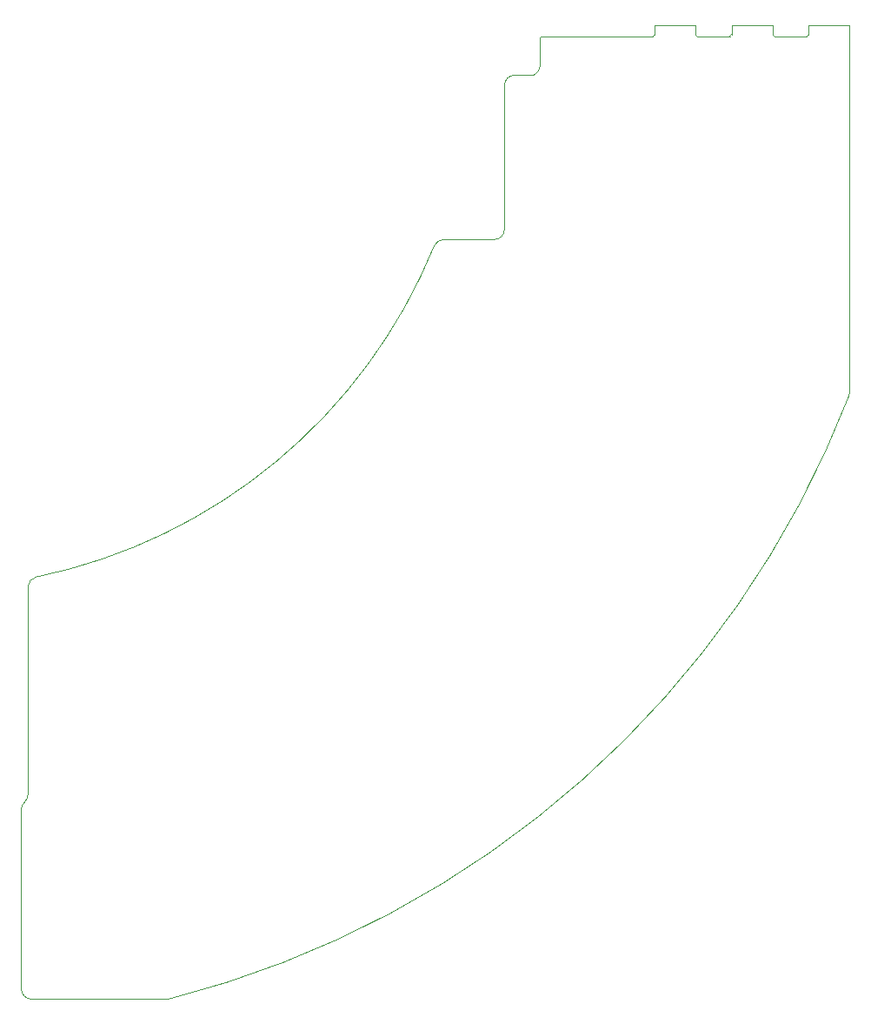
<source format=gbr>
%TF.GenerationSoftware,KiCad,Pcbnew,(6.0.4-0)*%
%TF.CreationDate,2022-05-04T17:09:46+02:00*%
%TF.ProjectId,GlowTube,476c6f77-5475-4626-952e-6b696361645f,rev?*%
%TF.SameCoordinates,Original*%
%TF.FileFunction,Profile,NP*%
%FSLAX46Y46*%
G04 Gerber Fmt 4.6, Leading zero omitted, Abs format (unit mm)*
G04 Created by KiCad (PCBNEW (6.0.4-0)) date 2022-05-04 17:09:46*
%MOMM*%
%LPD*%
G01*
G04 APERTURE LIST*
%ADD10C,0.100000*%
%TA.AperFunction,Profile*%
%ADD11C,0.100000*%
%TD*%
G04 APERTURE END LIST*
D10*
X135950725Y-84781656D02*
X136060136Y-84775652D01*
X136167988Y-84757768D01*
X136273311Y-84728195D01*
X136330375Y-84706786D01*
X137007377Y-81077099D02*
X137039387Y-81028679D01*
D11*
X155503112Y-80984012D02*
G75*
G03*
X155653112Y-80834047I-12J150012D01*
G01*
X155653112Y-79884047D02*
X155653112Y-80834047D01*
D10*
X136996146Y-81134047D02*
X136996146Y-81184047D01*
X136996146Y-81134047D02*
X137007377Y-81077099D01*
D11*
X152153112Y-79884047D02*
X148153112Y-79884047D01*
X87120358Y-134596539D02*
X87120358Y-154788353D01*
D10*
X136653177Y-84493387D02*
X136726831Y-84412257D01*
X136791030Y-84323768D01*
X136845218Y-84228736D01*
X136870793Y-84173414D01*
D11*
X100682651Y-174695947D02*
G75*
G03*
X100929493Y-174665010I49J999847D01*
G01*
D10*
X137039387Y-81028679D02*
X137087383Y-80996037D01*
D11*
X87918600Y-133617106D02*
G75*
G03*
X126686194Y-101403954I-10800960J52433056D01*
G01*
D10*
X136870793Y-84173414D02*
X136906335Y-84076288D01*
X136931614Y-83976219D01*
X136946449Y-83874018D01*
X136950113Y-83816617D01*
D11*
X135950725Y-84781656D02*
X134530704Y-84781656D01*
D10*
X136330375Y-84706786D02*
X136429316Y-84659693D01*
X136522303Y-84602202D01*
X136608514Y-84534858D01*
X136653177Y-84493387D01*
D11*
X163003112Y-80984012D02*
G75*
G03*
X163153112Y-80834047I-12J150012D01*
G01*
X155503112Y-80984047D02*
X152303112Y-80984047D01*
X148003112Y-80984012D02*
G75*
G03*
X148153112Y-80834047I-12J150012D01*
G01*
X159653153Y-80834047D02*
G75*
G03*
X159803112Y-80984047I150047J47D01*
G01*
X163153112Y-79884047D02*
X163153112Y-80834047D01*
X163003112Y-80984047D02*
X159803112Y-80984047D01*
D10*
X137116159Y-80987075D02*
X137146146Y-80984047D01*
D11*
X86793610Y-155527739D02*
G75*
G03*
X87120358Y-154788353I-673310J739439D01*
G01*
X148153112Y-79884047D02*
X148153112Y-80834047D01*
X86466888Y-156267155D02*
X86466888Y-173695954D01*
X86466846Y-173695954D02*
G75*
G03*
X87466888Y-174695954I1000054J54D01*
G01*
X134530704Y-84781604D02*
G75*
G03*
X133530704Y-85781656I-4J-999996D01*
G01*
D10*
X136977939Y-82839847D02*
X136975154Y-82961962D01*
X136972171Y-83084073D01*
X136968990Y-83206179D01*
X136965610Y-83328278D01*
X136962033Y-83450372D01*
X136958257Y-83572460D01*
X136954284Y-83694542D01*
X136950113Y-83816617D01*
D11*
X133530704Y-85781656D02*
X133530704Y-99781656D01*
X159653112Y-79884047D02*
X155653112Y-79884047D01*
X167085753Y-115989701D02*
G75*
G03*
X167153112Y-115628894I-933153J360901D01*
G01*
X152153153Y-80834047D02*
G75*
G03*
X152303112Y-80984047I150047J47D01*
G01*
D10*
X137087383Y-80996037D02*
X137116159Y-80987075D01*
D11*
X86793643Y-155527776D02*
G75*
G03*
X86466888Y-156267155I673257J-739424D01*
G01*
X127612121Y-100781641D02*
G75*
G03*
X126686194Y-101403954I-21J-999959D01*
G01*
X167153112Y-79884047D02*
X163153112Y-79884047D01*
X132530704Y-100781656D02*
X127612121Y-100781656D01*
X132530704Y-100781604D02*
G75*
G03*
X133530704Y-99781656I-4J1000004D01*
G01*
X100929492Y-174665006D02*
G75*
G03*
X167085753Y-115989701I-23811852J93480966D01*
G01*
X148003112Y-80984047D02*
X137146146Y-80984047D01*
X159653112Y-80834047D02*
X159653112Y-79884047D01*
D10*
X136996146Y-81184047D02*
X136996074Y-81287543D01*
X136995861Y-81391039D01*
X136995505Y-81494535D01*
X136995008Y-81598029D01*
X136994367Y-81701523D01*
X136993585Y-81805015D01*
X136992661Y-81908507D01*
X136991594Y-82011996D01*
X136990385Y-82115485D01*
X136989033Y-82218971D01*
X136987540Y-82322456D01*
X136985904Y-82425939D01*
X136984126Y-82529419D01*
X136982206Y-82632897D01*
X136980143Y-82736373D01*
X136977939Y-82839847D01*
D11*
X167153112Y-115628894D02*
X167153112Y-79884047D01*
X87918604Y-133617129D02*
G75*
G03*
X87120358Y-134596539I201796J-979471D01*
G01*
X152153112Y-80834047D02*
X152153112Y-79884047D01*
X87466888Y-174695954D02*
X100682651Y-174695954D01*
M02*

</source>
